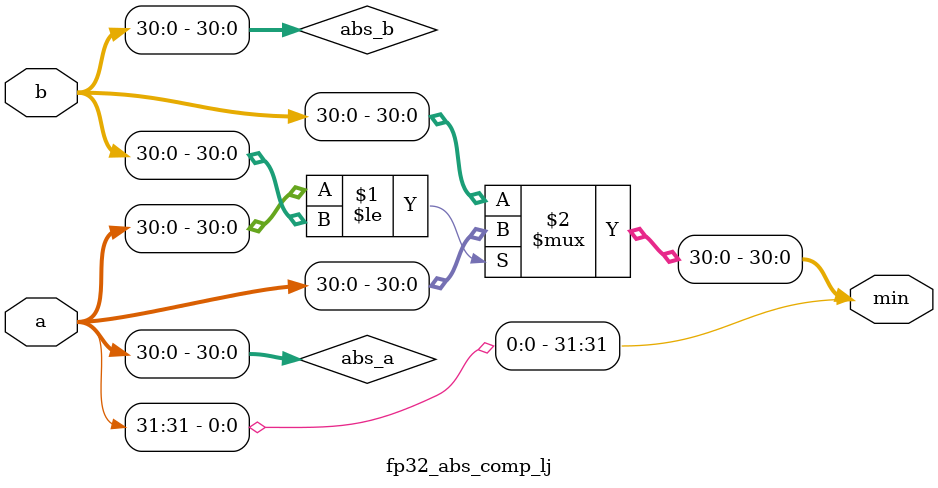
<source format=v>
`timescale 1ns / 1ps


module fp32_abs_comp_lj(
    input [31:0] a,  
    input [31:0] b,
    output [31:0] min
);

    wire [30:0] abs_a = {1'b0, a[30:0]};
    wire [30:0] abs_b = {1'b0, b[30:0]};
    
    
    assign min[30:0] = (abs_a <= abs_b)? a[30:0]: b[30:0];
    assign min[31] = a[31];

endmodule


</source>
